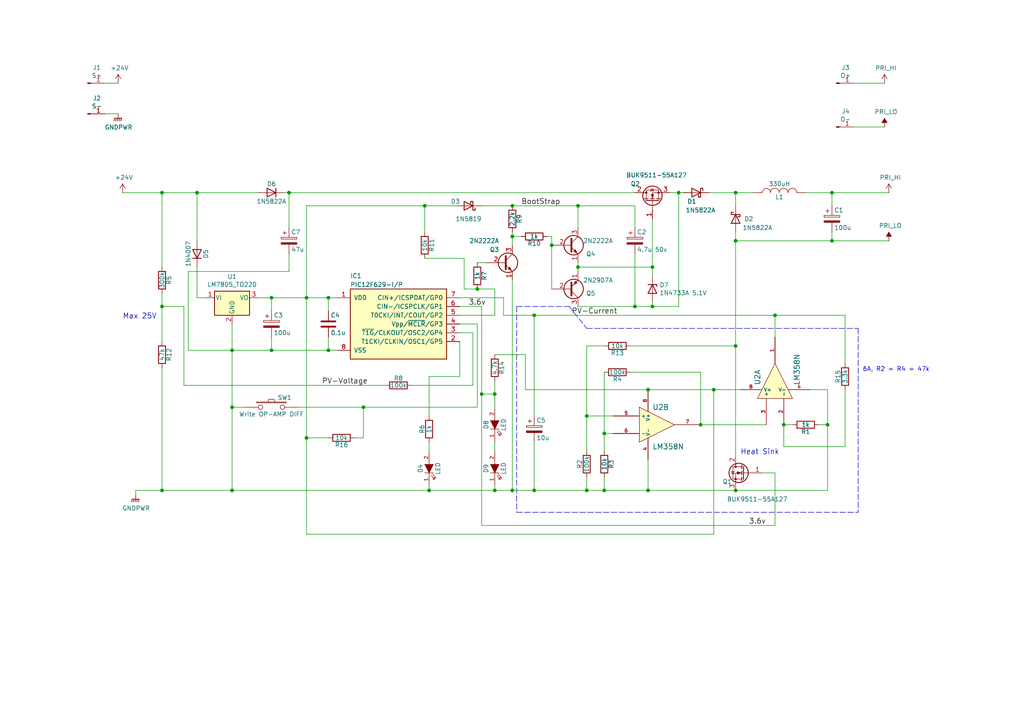
<source format=kicad_sch>
(kicad_sch (version 20250114) (generator "eeschema") (generator_version "9.0")
  (paper "A4")
  (title_block (title "Simple MPPT with 12F675 v7") (date "2025-11-25") (rev "1.82"))
  (lib_symbols
    (symbol "12f675-mppt-rescue:INDUCTOR" (pin_numbers (hide yes)) (pin_names (offset 1.016) (hide yes))
      (property "Reference" "L" (at -1.27 0 90))
      (property "Value" "INDUCTOR" (at 2.54 0 90))
      (symbol "INDUCTOR_0_1"
        (arc (start 0.0254 4.9784) (mid 1.2195 3.7595) (end 0.0254 2.5654))
        (arc (start 0.0254 2.5908) (mid 1.2956 1.2957) (end 0.0254 0.0254))
        (arc (start 0.0254 0.0508) (mid 1.2956 -1.2443) (end 0.0254 -2.5146))
        (arc (start 0.0254 -2.54) (mid 1.2703 -3.8097) (end 0.0254 -5.0546))
      )
      (symbol "INDUCTOR_1_1"
        (pin passive line (at 0 7.62 270) (length 2.54) (name "1") (number "1"))
        (pin passive line (at 0 -7.62 90) (length 2.54) (name "2") (number "2"))
      )
    )
    (symbol "12f675-mppt-rescue:LED" (pin_names (offset 1.016) (hide yes))
      (property "Reference" "D" (at 0 2.54 0))
      (property "Value" "LED" (at 0 -2.54 0))
      (symbol "LED_0_1"
        (polyline (pts (xy -2.032 -0.635) (xy -3.175 -1.651) (xy -3.048 -1.016)))
        (polyline (pts (xy -1.651 -1.016) (xy -2.794 -2.032) (xy -2.667 -1.397)))
        (polyline (pts (xy -1.27 1.27) (xy -1.27 -1.27)))
        (polyline (pts (xy 1.27 1.27) (xy -1.27 0) (xy 1.27 -1.27)) (fill (type outline)))
      )
      (symbol "LED_1_1"
        (pin passive line (at -5.08 0 0) (length 3.81) (name "K") (number "1"))
        (pin passive line (at 5.08 0 180) (length 3.81) (name "A") (number "2"))
      )
    )
    (symbol "12f675-mppt-rescue:LM358N-RESCUE-12f675-mppt"
      (property "Reference" "U" (at -1.27 5.08 0))
      (property "Value" "LM358N-RESCUE-12f675-mppt" (at -1.27 -6.35 0))
      (symbol "LM358N-RESCUE-12f675-mppt_0_1"
        (polyline (pts (xy -5.08 5.08) (xy 5.08 0) (xy -5.08 -5.08) (xy -5.08 5.08)) (stroke (width 0.1524)) (fill (type background)))
        (pin power_in line (at -2.54 10.16 270) (length 6.35) (name "V+") (number "8"))
        (pin power_in line (at -2.54 -10.16 90) (length 6.35) (name "V-") (number "4"))
      )
      (symbol "LM358N-RESCUE-12f675-mppt_1_1"
        (pin input line (at -12.7 2.54 0) (length 7.62) (name "+") (number "3"))
        (pin input line (at -12.7 -2.54 0) (length 7.62) (name "-") (number "2"))
        (pin output line (at 12.7 0 180) (length 7.62) (name "~") (number "1"))
      )
      (symbol "LM358N-RESCUE-12f675-mppt_2_1"
        (pin input line (at -12.7 2.54 0) (length 7.62) (name "+") (number "5"))
        (pin input line (at -12.7 -2.54 0) (length 7.62) (name "-") (number "6"))
        (pin output line (at 12.7 0 180) (length 7.62) (name "~") (number "7"))
      )
    )
    (symbol "12f675-mppt-rescue:PIC12F629-I_P" (pin_names (offset 1.016))
      (property "Reference" "IC" (at -13.97 13.97 0))
      (property "Value" "PIC12F629-I_P" (at -13.97 11.43 0))
      (symbol "PIC12F629-I_P_0_1"
        (rectangle (start 13.97 -10.16) (end -13.97 10.16) (stroke (width 0.254)) (fill (type background)))
      )
      (symbol "PIC12F629-I_P_1_1"
        (pin power_in line (at -17.78 7.62 0) (length 3.81) (name "VDD") (number "1"))
        (pin power_in line (at -17.78 -7.62 0) (length 3.81) (name "VSS") (number "8"))
        (pin bidirectional line (at 17.78 7.62 180) (length 3.81) (name "CIN+/ICSPDAT/GP0") (number "7"))
        (pin bidirectional line (at 17.78 5.08 180) (length 3.81) (name "CIN-/ICSPCLK/GP1") (number "6"))
        (pin bidirectional line (at 17.78 2.54 180) (length 3.81) (name "T0CKI/INT/COUT/GP2") (number "5"))
        (pin input line (at 17.78 0 180) (length 3.81) (name "Vpp/~{MCLR}/GP3") (number "4"))
        (pin bidirectional line (at 17.78 -2.54 180) (length 3.81) (name "~{T1G}/CLKOUT/OSC2/GP4") (number "3"))
        (pin bidirectional line (at 17.78 -5.08 180) (length 3.81) (name "T1CKI/CLKIN/OSC1/GP5") (number "2"))
      )
    )
    (symbol "12f675-mppt-rescue:SW_PUSH" (pin_numbers (hide yes)) (pin_names (offset 1.016) (hide yes))
      (property "Reference" "SW" (at 3.81 2.794 0))
      (property "Value" "SW_PUSH" (at 0 -2.032 0))
      (symbol "SW_PUSH_0_1"
        (rectangle (start -4.318 1.27) (end 4.318 1.524))
        (polyline (pts (xy -1.016 1.524) (xy -0.762 2.286) (xy 0.762 2.286) (xy 1.016 1.524)))
        (pin passive inverted (at -7.62 0 0) (length 5.08) (name "1") (number "1"))
        (pin passive inverted (at 7.62 0 180) (length 5.08) (name "2") (number "2"))
      )
    )
    (symbol "Connector:Conn_01x01_Male" (pin_names (offset 1.016) (hide yes))
      (property "Reference" "J" (at 0 2.54 0))
      (property "Value" "Connector_Conn_01x01_Male" (at 0 -2.54 0))
      (symbol "Conn_01x01_Male_1_1"
        (rectangle (start 0.8636 0.127) (end 0 -0.127) (stroke (width 0.1524)) (fill (type outline)))
        (polyline (pts (xy 1.27 0) (xy 0.8636 0)) (stroke (width 0.1524)))
        (pin passive line (at 5.08 0 180) (length 3.81) (name "Pin_1") (number "1"))
      )
    )
    (symbol "Device:C" (pin_numbers (hide yes)) (pin_names (offset 0.254))
      (property "Reference" "C" (at 0.635 2.54 0))
      (property "Value" "C" (at 0.635 -2.54 0))
      (symbol "C_0_1"
        (polyline (pts (xy -2.032 0.762) (xy 2.032 0.762)) (stroke (width 0.508)))
        (polyline (pts (xy -2.032 -0.762) (xy 2.032 -0.762)) (stroke (width 0.508)))
      )
      (symbol "C_1_1"
        (pin passive line (at 0 3.81 270) (length 2.794) (name "~") (number "1"))
        (pin passive line (at 0 -3.81 90) (length 2.794) (name "~") (number "2"))
      )
    )
    (symbol "Device:CP" (pin_numbers (hide yes)) (pin_names (offset 0.254))
      (property "Reference" "C" (at 0.635 2.54 0))
      (property "Value" "Device_CP" (at 0.635 -2.54 0))
      (symbol "CP_0_1"
        (rectangle (start -2.286 0.508) (end 2.286 1.016))
        (polyline (pts (xy -1.778 2.286) (xy -0.762 2.286)))
        (polyline (pts (xy -1.27 2.794) (xy -1.27 1.778)))
        (rectangle (start 2.286 -0.508) (end -2.286 -1.016) (fill (type outline)))
      )
      (symbol "CP_1_1"
        (pin passive line (at 0 3.81 270) (length 2.794) (name "~") (number "1"))
        (pin passive line (at 0 -3.81 90) (length 2.794) (name "~") (number "2"))
      )
    )
    (symbol "Device:D" (pin_numbers (hide yes)) (pin_names (offset 1.016) (hide yes))
      (property "Reference" "D" (at 0 2.54 0))
      (property "Value" "D" (at 0 -2.54 0))
      (symbol "D_0_1"
        (polyline (pts (xy -1.27 1.27) (xy -1.27 -1.27)) (stroke (width 0.254)))
        (polyline (pts (xy 1.27 1.27) (xy 1.27 -1.27) (xy -1.27 0) (xy 1.27 1.27)) (stroke (width 0.254)))
        (polyline (pts (xy 1.27 0) (xy -1.27 0)))
      )
      (symbol "D_1_1"
        (pin passive line (at -3.81 0 0) (length 2.54) (name "K") (number "1"))
        (pin passive line (at 3.81 0 180) (length 2.54) (name "A") (number "2"))
      )
    )
    (symbol "Device:D_Schottky" (pin_numbers (hide yes)) (pin_names (offset 1.016) (hide yes))
      (property "Reference" "D" (at 0 2.54 0))
      (property "Value" "D_Schottky" (at 0 -2.54 0))
      (symbol "D_Schottky_0_1"
        (polyline (pts (xy -1.905 0.635) (xy -1.905 1.27) (xy -1.27 1.27) (xy -1.27 -1.27) (xy -0.635 -1.27) (xy -0.635 -0.635)) (stroke (width 0.254)))
        (polyline (pts (xy 1.27 1.27) (xy 1.27 -1.27) (xy -1.27 0) (xy 1.27 1.27)) (stroke (width 0.254)))
        (polyline (pts (xy 1.27 0) (xy -1.27 0)))
      )
      (symbol "D_Schottky_1_1"
        (pin passive line (at -3.81 0 0) (length 2.54) (name "K") (number "1"))
        (pin passive line (at 3.81 0 180) (length 2.54) (name "A") (number "2"))
      )
    )
    (symbol "Device:D_Zener" (pin_numbers (hide yes)) (pin_names (offset 1.016) (hide yes))
      (property "Reference" "D" (at 0 2.54 0))
      (property "Value" "D_Zener" (at 0 -2.54 0))
      (symbol "D_Zener_0_1"
        (polyline (pts (xy -1.27 -1.27) (xy -1.27 1.27) (xy -0.762 1.27)) (stroke (width 0.254)))
        (polyline (pts (xy 1.27 0) (xy -1.27 0)))
        (polyline (pts (xy 1.27 -1.27) (xy 1.27 1.27) (xy -1.27 0) (xy 1.27 -1.27)) (stroke (width 0.254)))
      )
      (symbol "D_Zener_1_1"
        (pin passive line (at -3.81 0 0) (length 2.54) (name "K") (number "1"))
        (pin passive line (at 3.81 0 180) (length 2.54) (name "A") (number "2"))
      )
    )
    (symbol "Device:Q_NMOS_GDS" (pin_names (offset 0) (hide yes))
      (property "Reference" "Q" (at 5.08 1.27 0))
      (property "Value" "Device_Q_NMOS_GDS" (at 5.08 -1.27 0))
      (symbol "Q_NMOS_GDS_0_1"
        (polyline (pts (xy 0.254 1.905) (xy 0.254 -1.905)) (stroke (width 0.254)))
        (polyline (pts (xy 0.254 0) (xy -2.54 0)))
        (polyline (pts (xy 0.762 2.286) (xy 0.762 1.27)) (stroke (width 0.254)))
        (polyline (pts (xy 0.762 0.508) (xy 0.762 -0.508)) (stroke (width 0.254)))
        (polyline (pts (xy 0.762 -1.27) (xy 0.762 -2.286)) (stroke (width 0.254)))
        (polyline (pts (xy 0.762 -1.778) (xy 3.302 -1.778) (xy 3.302 1.778) (xy 0.762 1.778)))
        (polyline (pts (xy 1.016 0) (xy 2.032 0.381) (xy 2.032 -0.381) (xy 1.016 0)) (fill (type outline)))
        (circle (center 1.651 0) (radius 2.794) (stroke (width 0.254)))
        (polyline (pts (xy 2.54 2.54) (xy 2.54 1.778)))
        (circle (center 2.54 1.778) (radius 0.254) (fill (type outline)))
        (circle (center 2.54 -1.778) (radius 0.254) (fill (type outline)))
        (polyline (pts (xy 2.54 -2.54) (xy 2.54 0) (xy 0.762 0)))
        (polyline (pts (xy 2.794 0.508) (xy 2.921 0.381) (xy 3.683 0.381) (xy 3.81 0.254)))
        (polyline (pts (xy 3.302 0.381) (xy 2.921 -0.254) (xy 3.683 -0.254) (xy 3.302 0.381)))
      )
      (symbol "Q_NMOS_GDS_1_1"
        (pin input line (at -5.08 0 0) (length 2.54) (name "G") (number "1"))
        (pin passive line (at 2.54 5.08 270) (length 2.54) (name "D") (number "2"))
        (pin passive line (at 2.54 -5.08 90) (length 2.54) (name "S") (number "3"))
      )
    )
    (symbol "Device:Q_NPN_EBC" (pin_names (offset 0) (hide yes))
      (property "Reference" "Q" (at 5.08 1.27 0))
      (property "Value" "Device_Q_NPN_EBC" (at 5.08 -1.27 0))
      (symbol "Q_NPN_EBC_0_1"
        (polyline (pts (xy 0.635 1.905) (xy 0.635 -1.905) (xy 0.635 -1.905)) (stroke (width 0.508)))
        (polyline (pts (xy 0.635 0.635) (xy 2.54 2.54)))
        (polyline (pts (xy 0.635 -0.635) (xy 2.54 -2.54) (xy 2.54 -2.54)))
        (circle (center 1.27 0) (radius 2.8194) (stroke (width 0.254)))
        (polyline (pts (xy 1.27 -1.778) (xy 1.778 -1.27) (xy 2.286 -2.286) (xy 1.27 -1.778) (xy 1.27 -1.778)) (fill (type outline)))
      )
      (symbol "Q_NPN_EBC_1_1"
        (pin passive line (at -5.08 0 0) (length 5.715) (name "B") (number "2"))
        (pin passive line (at 2.54 5.08 270) (length 2.54) (name "C") (number "3"))
        (pin passive line (at 2.54 -5.08 90) (length 2.54) (name "E") (number "1"))
      )
    )
    (symbol "Device:Q_PNP_EBC" (pin_names (offset 0) (hide yes))
      (property "Reference" "Q" (at 5.08 1.27 0))
      (property "Value" "Device_Q_PNP_EBC" (at 5.08 -1.27 0))
      (symbol "Q_PNP_EBC_0_1"
        (polyline (pts (xy 0.635 1.905) (xy 0.635 -1.905) (xy 0.635 -1.905)) (stroke (width 0.508)))
        (polyline (pts (xy 0.635 0.635) (xy 2.54 2.54)))
        (polyline (pts (xy 0.635 -0.635) (xy 2.54 -2.54) (xy 2.54 -2.54)))
        (circle (center 1.27 0) (radius 2.8194) (stroke (width 0.254)))
        (polyline (pts (xy 2.286 -1.778) (xy 1.778 -2.286) (xy 1.27 -1.27) (xy 2.286 -1.778) (xy 2.286 -1.778)) (fill (type outline)))
      )
      (symbol "Q_PNP_EBC_1_1"
        (pin input line (at -5.08 0 0) (length 5.715) (name "B") (number "2"))
        (pin passive line (at 2.54 5.08 270) (length 2.54) (name "C") (number "3"))
        (pin passive line (at 2.54 -5.08 90) (length 2.54) (name "E") (number "1"))
      )
    )
    (symbol "Device:R" (pin_numbers (hide yes)) (pin_names (offset 0))
      (property "Reference" "R" (at 2.032 0 90))
      (property "Value" "R" (at 0 0 90))
      (symbol "R_0_1"
        (rectangle (start -1.016 -2.54) (end 1.016 2.54) (stroke (width 0.254)))
      )
      (symbol "R_1_1"
        (pin passive line (at 0 3.81 270) (length 1.27) (name "~") (number "1"))
        (pin passive line (at 0 -3.81 90) (length 1.27) (name "~") (number "2"))
      )
    )
    (symbol "Regulator_Linear:LM7805_TO220" (pin_names (offset 0.254))
      (property "Reference" "U" (at -3.81 3.175 0))
      (property "Value" "LM7805_TO220" (at 0 3.175 0))
      (symbol "LM7805_TO220_0_1"
        (rectangle (start -5.08 1.905) (end 5.08 -5.08) (stroke (width 0.254)) (fill (type background)))
      )
      (symbol "LM7805_TO220_1_1"
        (pin power_in line (at -7.62 0 0) (length 2.54) (name "VI") (number "1"))
        (pin power_in line (at 0 -7.62 90) (length 2.54) (name "GND") (number "2"))
        (pin power_out line (at 7.62 0 180) (length 2.54) (name "VO") (number "3"))
      )
    )
    (symbol "power:+24V" (power) (pin_numbers (hide yes)) (pin_names (offset 0) (hide yes))
      (property "Value" "+24V" (at 0 3.556 0))
      (symbol "+24V_0_1"
        (polyline (pts (xy -0.762 1.27) (xy 0 2.54)))
        (polyline (pts (xy 0 2.54) (xy 0.762 1.27)))
        (polyline (pts (xy 0 0) (xy 0 2.54)))
      )
      (symbol "+24V_1_1"
        (pin power_in line (at 0 0 90) (length 0) (name "~") (number "1"))
      )
    )
    (symbol "power:GNDPWR" (power) (pin_numbers (hide yes)) (pin_names (offset 0) (hide yes))
      (property "Value" "GNDPWR" (at 0 -3.302 0))
      (symbol "GNDPWR_0_1"
        (polyline (pts (xy -1.016 -1.27) (xy -1.27 -2.032) (xy -1.27 -2.032)) (stroke (width 0.2032)))
        (polyline (pts (xy -0.508 -1.27) (xy -0.762 -2.032) (xy -0.762 -2.032)) (stroke (width 0.2032)))
        (polyline (pts (xy 0 -1.27) (xy 0 0)))
        (polyline (pts (xy 0 -1.27) (xy -0.254 -2.032) (xy -0.254 -2.032)) (stroke (width 0.2032)))
        (polyline (pts (xy 0.508 -1.27) (xy 0.254 -2.032) (xy 0.254 -2.032)) (stroke (width 0.2032)))
        (polyline (pts (xy 1.016 -1.27) (xy -1.016 -1.27) (xy -1.016 -1.27)) (stroke (width 0.2032)))
        (polyline (pts (xy 1.016 -1.27) (xy 0.762 -2.032) (xy 0.762 -2.032) (xy 0.762 -2.032)) (stroke (width 0.2032)))
      )
      (symbol "GNDPWR_1_1"
        (pin power_in line (at 0 0 270) (length 0) (name "~") (number "1"))
      )
    )
    (symbol "power:PRI_HI" (power) (pin_numbers (hide yes)) (pin_names (offset 0) (hide yes))
      (property "Value" "PRI_HI" (at 0 3.556 0))
      (symbol "PRI_HI_0_1"
        (polyline (pts (xy -0.762 1.27) (xy 0 2.54)))
        (polyline (pts (xy 0 2.54) (xy 0.762 1.27)))
        (polyline (pts (xy 0 0) (xy 0 2.54)))
      )
      (symbol "PRI_HI_1_1"
        (pin power_in line (at 0 0 90) (length 0) (name "~") (number "1"))
      )
    )
    (symbol "power:PRI_LO" (power) (pin_numbers (hide yes)) (pin_names (offset 0) (hide yes))
      (property "Value" "PRI_LO" (at 0 3.556 0))
      (symbol "PRI_LO_0_1"
        (polyline (pts (xy 0 0) (xy 0 2.54)))
        (polyline (pts (xy 0.762 1.27) (xy -0.762 1.27) (xy 0 2.54) (xy 0.762 1.27)) (fill (type outline)))
      )
      (symbol "PRI_LO_1_1"
        (pin power_in line (at 0 0 90) (length 0) (name "~") (number "1"))
      )
    )
  )
  (text "Max 25V" (at 35.56 92.71 0) (effects (font (size 1.524 1.524)) (justify left bottom)))
  (text "Heat Sink" (at 226.06 132.08 0) (effects (font (size 1.524 1.524)) (justify right bottom)))
  (text "6A, R2 = R4 = 47k" (at 250.19 107.95 0) (effects (font (size 1.27 1.27)) (justify left bottom)))
  (junction (at 196.85 55.88))
  (junction (at 187.96 142.24))
  (junction (at 167.64 59.69))
  (junction (at 105.41 118.11))
  (junction (at 189.23 77.47))
  (junction (at 143.51 114.3))
  (junction (at 213.36 100.33))
  (junction (at 67.31 118.11))
  (junction (at 213.36 142.24))
  (junction (at 189.23 88.9))
  (junction (at 148.59 68.58))
  (junction (at 160.02 71.12))
  (junction (at 148.59 59.69))
  (junction (at 46.99 55.88))
  (junction (at 184.15 88.9))
  (junction (at 213.36 69.85))
  (junction (at 148.59 142.24))
  (junction (at 88.9 127))
  (junction (at 67.31 101.6))
  (junction (at 83.82 55.88))
  (junction (at 241.3 55.88))
  (junction (at 154.94 142.24))
  (junction (at 227.33 123.19))
  (junction (at 170.18 120.65))
  (junction (at 224.79 91.44))
  (junction (at 240.03 123.19))
  (junction (at 203.2 123.19))
  (junction (at 241.3 69.85))
  (junction (at 170.18 142.24))
  (junction (at 139.7 114.3))
  (junction (at 175.26 142.24))
  (junction (at 67.31 142.24))
  (junction (at 95.25 101.6))
  (junction (at 46.99 88.9))
  (junction (at 167.64 77.47))
  (junction (at 138.43 83.82))
  (junction (at 124.46 142.24))
  (junction (at 88.9 86.36))
  (junction (at 143.51 142.24))
  (junction (at 187.96 113.03))
  (junction (at 175.26 125.73))
  (junction (at 78.74 101.6))
  (junction (at 78.74 86.36))
  (junction (at 213.36 55.88))
  (junction (at 46.99 142.24))
  (junction (at 154.94 91.44))
  (junction (at 95.25 86.36))
  (junction (at 207.01 113.03))
  (junction (at 57.15 55.88))
  (junction (at 123.19 59.69))
  (wire (pts (xy 57.15 55.88) (xy 74.93 55.88)))
  (wire (pts (xy 184.15 59.69) (xy 184.15 66.04)))
  (wire (pts (xy 57.15 77.47) (xy 57.15 86.36)))
  (wire (pts (xy 138.43 118.11) (xy 105.41 118.11)))
  (wire (pts (xy 138.43 83.82) (xy 143.51 83.82)))
  (wire (pts (xy 175.26 142.24) (xy 170.18 142.24)))
  (wire (pts (xy 158.75 68.58) (xy 160.02 68.58)))
  (wire (pts (xy 148.59 67.31) (xy 148.59 68.58)))
  (wire (pts (xy 240.03 113.03) (xy 234.95 113.03)))
  (wire (pts (xy 187.96 113.03) (xy 207.01 113.03)))
  (wire (pts (xy 67.31 101.6) (xy 78.74 101.6)))
  (polyline (pts (xy 149.86 88.9) (xy 165.1 88.9)) (stroke (width 0) (type dash)))
  (wire (pts (xy 46.99 55.88) (xy 57.15 55.88)))
  (wire (pts (xy 170.18 100.33) (xy 175.26 100.33)))
  (wire (pts (xy 160.02 71.12) (xy 160.02 83.82)))
  (wire (pts (xy 154.94 142.24) (xy 148.59 142.24)))
  (wire (pts (xy 88.9 86.36) (xy 95.25 86.36)))
  (wire (pts (xy 143.51 114.3) (xy 139.7 114.3)))
  (wire (pts (xy 105.41 127) (xy 102.87 127)))
  (wire (pts (xy 203.2 107.95) (xy 203.2 123.19)))
  (wire (pts (xy 167.64 77.47) (xy 189.23 77.47)))
  (wire (pts (xy 240.03 142.24) (xy 213.36 142.24)))
  (wire (pts (xy 213.36 142.24) (xy 187.96 142.24)))
  (wire (pts (xy 46.99 106.68) (xy 46.99 142.24)))
  (wire (pts (xy 95.25 101.6) (xy 97.79 101.6)))
  (wire (pts (xy 143.51 128.27) (xy 143.51 130.81)))
  (wire (pts (xy 138.43 93.98) (xy 138.43 118.11)))
  (wire (pts (xy 167.64 76.2) (xy 167.64 77.47)))
  (wire (pts (xy 224.79 152.4) (xy 224.79 137.16)))
  (wire (pts (xy 78.74 86.36) (xy 88.9 86.36)))
  (wire (pts (xy 83.82 55.88) (xy 184.15 55.88)))
  (wire (pts (xy 53.34 88.9) (xy 46.99 88.9)))
  (wire (pts (xy 189.23 88.9) (xy 196.85 88.9)))
  (wire (pts (xy 95.25 97.79) (xy 95.25 101.6)))
  (wire (pts (xy 119.38 111.76) (xy 137.16 111.76)))
  (wire (pts (xy 134.62 74.93) (xy 134.62 83.82)))
  (wire (pts (xy 95.25 86.36) (xy 97.79 86.36)))
  (wire (pts (xy 53.34 111.76) (xy 111.76 111.76)))
  (wire (pts (xy 54.61 101.6) (xy 54.61 78.74)))
  (wire (pts (xy 207.01 113.03) (xy 214.63 113.03)))
  (wire (pts (xy 54.61 101.6) (xy 67.31 101.6)))
  (wire (pts (xy 88.9 59.69) (xy 88.9 86.36)))
  (wire (pts (xy 143.51 83.82) (xy 143.51 91.44)))
  (wire (pts (xy 67.31 93.98) (xy 67.31 101.6)))
  (wire (pts (xy 256.54 36.83) (xy 247.65 36.83)))
  (wire (pts (xy 167.64 88.9) (xy 184.15 88.9)))
  (wire (pts (xy 240.03 113.03) (xy 240.03 123.19)))
  (wire (pts (xy 143.51 102.87) (xy 152.4 102.87)))
  (wire (pts (xy 137.16 96.52) (xy 133.35 96.52)))
  (wire (pts (xy 74.93 86.36) (xy 78.74 86.36)))
  (wire (pts (xy 175.26 125.73) (xy 175.26 130.81)))
  (wire (pts (xy 143.51 110.49) (xy 143.51 114.3)))
  (wire (pts (xy 151.13 68.58) (xy 148.59 68.58)))
  (wire (pts (xy 213.36 69.85) (xy 213.36 100.33)))
  (wire (pts (xy 78.74 90.17) (xy 78.74 86.36)))
  (wire (pts (xy 224.79 97.79) (xy 224.79 91.44)))
  (wire (pts (xy 227.33 129.54) (xy 227.33 123.19)))
  (wire (pts (xy 39.37 142.24) (xy 46.99 142.24)))
  (wire (pts (xy 133.35 93.98) (xy 138.43 93.98)))
  (wire (pts (xy 241.3 55.88) (xy 241.3 59.69)))
  (wire (pts (xy 88.9 154.94) (xy 207.01 154.94)))
  (wire (pts (xy 105.41 118.11) (xy 86.36 118.11)))
  (wire (pts (xy 167.64 77.47) (xy 167.64 78.74)))
  (wire (pts (xy 182.88 107.95) (xy 203.2 107.95)))
  (wire (pts (xy 133.35 99.06) (xy 133.35 109.22)))
  (wire (pts (xy 170.18 142.24) (xy 154.94 142.24)))
  (wire (pts (xy 83.82 66.04) (xy 83.82 55.88)))
  (wire (pts (xy 167.64 59.69) (xy 184.15 59.69)))
  (wire (pts (xy 170.18 100.33) (xy 170.18 120.65)))
  (wire (pts (xy 245.11 129.54) (xy 245.11 113.03)))
  (wire (pts (xy 184.15 73.66) (xy 184.15 88.9)))
  (wire (pts (xy 146.05 91.44) (xy 146.05 86.36)))
  (wire (pts (xy 46.99 88.9) (xy 46.99 99.06)))
  (wire (pts (xy 213.36 100.33) (xy 213.36 132.08)))
  (wire (pts (xy 175.26 138.43) (xy 175.26 142.24)))
  (wire (pts (xy 54.61 78.74) (xy 83.82 78.74)))
  (wire (pts (xy 213.36 69.85) (xy 241.3 69.85)))
  (wire (pts (xy 154.94 120.65) (xy 154.94 91.44)))
  (wire (pts (xy 154.94 91.44) (xy 146.05 91.44)))
  (wire (pts (xy 105.41 118.11) (xy 105.41 127)))
  (polyline (pts (xy 149.86 88.9) (xy 149.86 148.59)) (stroke (width 0) (type dash)))
  (wire (pts (xy 78.74 97.79) (xy 78.74 101.6)))
  (wire (pts (xy 30.48 33.02) (xy 34.29 33.02)))
  (wire (pts (xy 53.34 88.9) (xy 53.34 111.76)))
  (wire (pts (xy 205.74 55.88) (xy 213.36 55.88)))
  (wire (pts (xy 123.19 59.69) (xy 123.19 67.31)))
  (wire (pts (xy 83.82 78.74) (xy 83.82 73.66)))
  (wire (pts (xy 139.7 114.3) (xy 139.7 152.4)))
  (wire (pts (xy 67.31 118.11) (xy 67.31 142.24)))
  (wire (pts (xy 170.18 138.43) (xy 170.18 142.24)))
  (wire (pts (xy 233.68 55.88) (xy 241.3 55.88)))
  (wire (pts (xy 148.59 68.58) (xy 148.59 71.12)))
  (wire (pts (xy 189.23 87.63) (xy 189.23 88.9)))
  (wire (pts (xy 46.99 85.09) (xy 46.99 88.9)))
  (wire (pts (xy 245.11 91.44) (xy 245.11 105.41)))
  (wire (pts (xy 154.94 128.27) (xy 154.94 142.24)))
  (wire (pts (xy 123.19 59.69) (xy 88.9 59.69)))
  (wire (pts (xy 46.99 77.47) (xy 46.99 55.88)))
  (wire (pts (xy 95.25 90.17) (xy 95.25 86.36)))
  (polyline (pts (xy 149.86 148.59) (xy 248.92 148.59)) (stroke (width 0) (type dash)))
  (wire (pts (xy 245.11 129.54) (xy 227.33 129.54)))
  (wire (pts (xy 224.79 137.16) (xy 220.98 137.16)))
  (wire (pts (xy 139.7 88.9) (xy 139.7 114.3)))
  (wire (pts (xy 213.36 55.88) (xy 218.44 55.88)))
  (wire (pts (xy 39.37 142.24) (xy 39.37 143.51)))
  (wire (pts (xy 124.46 109.22) (xy 124.46 120.65)))
  (wire (pts (xy 184.15 88.9) (xy 189.23 88.9)))
  (wire (pts (xy 170.18 120.65) (xy 177.8 120.65)))
  (wire (pts (xy 229.87 123.19) (xy 227.33 123.19)))
  (wire (pts (xy 134.62 83.82) (xy 138.43 83.82)))
  (wire (pts (xy 152.4 113.03) (xy 187.96 113.03)))
  (wire (pts (xy 189.23 77.47) (xy 189.23 63.5)))
  (wire (pts (xy 83.82 55.88) (xy 82.55 55.88)))
  (wire (pts (xy 177.8 125.73) (xy 175.26 125.73)))
  (wire (pts (xy 160.02 68.58) (xy 160.02 71.12)))
  (wire (pts (xy 146.05 86.36) (xy 133.35 86.36)))
  (wire (pts (xy 124.46 142.24) (xy 67.31 142.24)))
  (wire (pts (xy 175.26 107.95) (xy 175.26 125.73)))
  (wire (pts (xy 124.46 140.97) (xy 124.46 142.24)))
  (wire (pts (xy 241.3 69.85) (xy 257.81 69.85)))
  (wire (pts (xy 67.31 101.6) (xy 67.31 118.11)))
  (wire (pts (xy 203.2 123.19) (xy 222.25 123.19)))
  (wire (pts (xy 196.85 88.9) (xy 196.85 55.88)))
  (wire (pts (xy 67.31 142.24) (xy 46.99 142.24)))
  (wire (pts (xy 88.9 86.36) (xy 88.9 127)))
  (wire (pts (xy 138.43 76.2) (xy 140.97 76.2)))
  (wire (pts (xy 34.29 24.13) (xy 30.48 24.13)))
  (polyline (pts (xy 248.92 95.25) (xy 248.92 148.59)) (stroke (width 0) (type dash)))
  (wire (pts (xy 240.03 123.19) (xy 240.03 142.24)))
  (wire (pts (xy 213.36 55.88) (xy 213.36 59.69)))
  (wire (pts (xy 207.01 154.94) (xy 207.01 113.03)))
  (wire (pts (xy 134.62 74.93) (xy 123.19 74.93)))
  (wire (pts (xy 88.9 127) (xy 88.9 154.94)))
  (wire (pts (xy 170.18 120.65) (xy 170.18 130.81)))
  (wire (pts (xy 213.36 67.31) (xy 213.36 69.85)))
  (wire (pts (xy 148.59 142.24) (xy 143.51 142.24)))
  (polyline (pts (xy 165.1 88.9) (xy 170.18 95.25)) (stroke (width 0) (type dash)))
  (wire (pts (xy 143.51 114.3) (xy 143.51 118.11)))
  (wire (pts (xy 224.79 91.44) (xy 245.11 91.44)))
  (wire (pts (xy 189.23 80.01) (xy 189.23 77.47)))
  (wire (pts (xy 95.25 127) (xy 88.9 127)))
  (wire (pts (xy 59.69 86.36) (xy 57.15 86.36)))
  (wire (pts (xy 124.46 130.81) (xy 124.46 128.27)))
  (wire (pts (xy 139.7 152.4) (xy 224.79 152.4)))
  (wire (pts (xy 143.51 140.97) (xy 143.51 142.24)))
  (wire (pts (xy 237.49 123.19) (xy 240.03 123.19)))
  (wire (pts (xy 187.96 142.24) (xy 175.26 142.24)))
  (wire (pts (xy 256.54 24.13) (xy 247.65 24.13)))
  (wire (pts (xy 35.56 55.88) (xy 46.99 55.88)))
  (wire (pts (xy 148.59 59.69) (xy 167.64 59.69)))
  (wire (pts (xy 167.64 59.69) (xy 167.64 66.04)))
  (wire (pts (xy 187.96 142.24) (xy 187.96 133.35)))
  (wire (pts (xy 152.4 102.87) (xy 152.4 113.03)))
  (wire (pts (xy 154.94 91.44) (xy 224.79 91.44)))
  (wire (pts (xy 71.12 118.11) (xy 67.31 118.11)))
  (wire (pts (xy 241.3 55.88) (xy 257.81 55.88)))
  (wire (pts (xy 182.88 100.33) (xy 213.36 100.33)))
  (wire (pts (xy 137.16 111.76) (xy 137.16 96.52)))
  (wire (pts (xy 133.35 109.22) (xy 124.46 109.22)))
  (wire (pts (xy 139.7 59.69) (xy 148.59 59.69)))
  (polyline (pts (xy 170.18 95.25) (xy 248.92 95.25)) (stroke (width 0) (type dash)))
  (wire (pts (xy 57.15 69.85) (xy 57.15 55.88)))
  (wire (pts (xy 196.85 55.88) (xy 198.12 55.88)))
  (wire (pts (xy 124.46 142.24) (xy 143.51 142.24)))
  (wire (pts (xy 241.3 69.85) (xy 241.3 67.31)))
  (wire (pts (xy 78.74 101.6) (xy 95.25 101.6)))
  (wire (pts (xy 143.51 91.44) (xy 133.35 91.44)))
  (wire (pts (xy 123.19 59.69) (xy 132.08 59.69)))
  (wire (pts (xy 148.59 81.28) (xy 148.59 142.24)))
  (wire (pts (xy 194.31 55.88) (xy 196.85 55.88)))
  (wire (pts (xy 139.7 88.9) (xy 133.35 88.9)))
  (label "PV-Voltage" (at 106.68 111.76 180) (effects (font (size 1.524 1.524))))
  (label "3.6v" (at 217.17 152.4 0) (effects (font (size 1.524 1.524))))
  (label "3.6v" (at 135.89 88.9 0) (effects (font (size 1.524 1.524))))
  (label "BootStrap" (at 162.56 59.69 180) (effects (font (size 1.524 1.524))))
  (label "PV-Current" (at 179.07 91.44 180) (effects (font (size 1.524 1.524))))
  (symbol (lib_id "12f675-mppt-rescue:PIC12F629-I_P") (at 115.57 93.98 0) (unit 1)
    (property "Reference" "IC1" (at 101.6 80.01 0) (effects (justify left)))
    (property "Value" "PIC12F629-I/P" (at 101.6 82.55 0) (effects (justify left)))
    (property "Footprint" "Housings_DIP:DIP-8_W7.62mm_LongPads" (effects (hide yes)))
  )
  (symbol (lib_id "12f675-mppt-rescue:LM358N-RESCUE-12f675-mppt") (at 190.5 123.19 0) (unit 2)
    (property "Reference" "U2" (at 189.23 118.11 0) (effects (font (size 1.524 1.524)) (justify left)))
    (property "Value" "LM358N" (at 189.23 129.54 0) (effects (font (size 1.524 1.524)) (justify left)))
    (property "Footprint" "Housings_DIP:DIP-8_W7.62mm_LongPads" (effects (hide yes)))
  )
  (symbol (lib_id "Device:Q_NMOS_GDS") (at 215.9 137.16 0) (mirror y) (unit 1)
    (property "Reference" "Q1" (at 209.55 139.7 0) (effects (justify right)))
    (property "Value" "BUK9511-55A127" (at 210.82 144.78 0) (effects (justify right)))
    (property "Footprint" "TO_SOT_Packages_THT:TO-220-3_Vertical" (effects (hide yes)))
  )
  (symbol (lib_id "Device:R") (at 179.07 107.95 270) (unit 1)
    (property "Reference" "R4" (at 179.07 109.982 90))
    (property "Value" "100k" (at 179.07 107.95 90))
    (property "Footprint" "Resistors_THT:R_Axial_DIN0309_L9.0mm_D3.2mm_P12.70mm_Horizontal" (effects (hide yes)))
  )
  (symbol (lib_id "Device:R") (at 175.26 134.62 0) (unit 1)
    (property "Reference" "R3" (at 177.292 134.62 90))
    (property "Value" "10k" (at 175.26 134.62 90))
    (property "Footprint" "Resistors_THT:R_Axial_DIN0309_L9.0mm_D3.2mm_P12.70mm_Horizontal" (effects (hide yes)))
  )
  (symbol (lib_id "Device:Q_NMOS_GDS") (at 189.23 58.42 90) (unit 1)
    (property "Reference" "Q2" (at 182.88 53.34 90) (effects (justify right)))
    (property "Value" "BUK9511-55A127" (at 181.61 50.8 90) (effects (justify right)))
    (property "Footprint" "TO_SOT_Packages_THT:TO-220-3_Vertical" (effects (hide yes)))
  )
  (symbol (lib_id "12f675-mppt-rescue:INDUCTOR") (at 226.06 55.88 90) (unit 1)
    (property "Reference" "L1" (at 226.06 57.15 90))
    (property "Value" "330uH" (at 226.06 53.34 90))
    (property "Footprint" "Inductors_THT:L_Toroid_Vertical_L33.0mm_W17.8mm_P12.70mm_Pulse_KM-5" (effects (hide yes)))
  )
  (symbol (lib_id "Device:D_Schottky") (at 201.93 55.88 0) (mirror y) (unit 1)
    (property "Reference" "D1" (at 200.66 58.42 0))
    (property "Value" "1N5822A" (at 203.2 60.96 0))
    (property "Footprint" "Diodes_THT:D_DO-201AD_P15.24mm_Horizontal" (effects (hide yes)))
  )
  (symbol (lib_id "Device:D_Schottky") (at 213.36 63.5 90) (mirror x) (unit 1)
    (property "Reference" "D2" (at 217.17 63.5 90))
    (property "Value" "1N5822A" (at 219.71 66.04 90))
    (property "Footprint" "Diodes_THT:D_DO-201AD_P15.24mm_Horizontal" (effects (hide yes)))
  )
  (symbol (lib_id "Device:CP") (at 241.3 63.5 0) (unit 1)
    (property "Reference" "C1" (at 241.935 60.96 0) (effects (justify left)))
    (property "Value" "100u" (at 241.935 66.04 0) (effects (justify left)))
    (property "Footprint" "Capacitors_THT:CP_Radial_D12.5mm_P5.00mm" (effects (hide yes)))
  )
  (symbol (lib_id "Device:Q_NPN_EBC") (at 165.1 71.12 0) (unit 1)
    (property "Reference" "Q4" (at 172.72 73.66 0) (effects (justify right)))
    (property "Value" "2N2222A" (at 177.8 69.85 0) (effects (justify right)))
    (property "Footprint" "TO_SOT_Packages_THT:TO-92_Inline_Wide" (effects (hide yes)))
  )
  (symbol (lib_id "Device:Q_PNP_EBC") (at 165.1 83.82 0) (mirror x) (unit 1)
    (property "Reference" "Q5" (at 172.72 85.09 0) (effects (justify right)))
    (property "Value" "2N2907A" (at 177.8 81.28 0) (effects (justify right)))
    (property "Footprint" "TO_SOT_Packages_THT:TO-92_Inline_Wide" (effects (hide yes)))
  )
  (symbol (lib_id "Device:CP") (at 184.15 69.85 0) (unit 1)
    (property "Reference" "C2" (at 184.785 67.31 0) (effects (justify left)))
    (property "Value" "4.7u 50v" (at 184.785 72.39 0) (effects (justify left)))
    (property "Footprint" "Capacitors_THT:CP_Radial_D12.5mm_P5.00mm" (effects (hide yes)))
  )
  (symbol (lib_id "Device:Q_NPN_EBC") (at 146.05 76.2 0) (unit 1)
    (property "Reference" "Q3" (at 144.78 72.39 0) (effects (justify right)))
    (property "Value" "2N2222A" (at 144.78 69.85 0) (effects (justify right)))
    (property "Footprint" "TO_SOT_Packages_THT:TO-92_Inline_Wide" (effects (hide yes)))
  )
  (symbol (lib_id "Device:R") (at 148.59 63.5 0) (unit 1)
    (property "Reference" "R9" (at 150.622 63.5 90))
    (property "Value" "2.2k" (at 148.59 63.5 90))
    (property "Footprint" "Resistors_THT:R_Axial_DIN0309_L9.0mm_D3.2mm_P12.70mm_Horizontal" (effects (hide yes)))
  )
  (symbol (lib_id "Device:R") (at 138.43 80.01 0) (unit 1)
    (property "Reference" "R7" (at 140.462 80.01 90))
    (property "Value" "1k" (at 138.43 80.01 90))
    (property "Footprint" "Resistors_THT:R_Axial_DIN0309_L9.0mm_D3.2mm_P12.70mm_Horizontal" (effects (hide yes)))
  )
  (symbol (lib_id "Device:R") (at 154.94 68.58 270) (unit 1)
    (property "Reference" "R10" (at 154.94 70.612 90))
    (property "Value" "1k" (at 154.94 68.58 90))
    (property "Footprint" "Resistors_THT:R_Axial_DIN0309_L9.0mm_D3.2mm_P12.70mm_Horizontal" (effects (hide yes)))
  )
  (symbol (lib_id "Device:R") (at 46.99 81.28 0) (unit 1)
    (property "Reference" "R5" (at 49.022 81.28 90))
    (property "Value" "300k" (at 46.99 81.28 90))
    (property "Footprint" "Resistors_THT:R_Axial_DIN0309_L9.0mm_D3.2mm_P12.70mm_Horizontal" (effects (hide yes)))
  )
  (symbol (lib_id "Device:R") (at 115.57 111.76 90) (unit 1)
    (property "Reference" "R8" (at 115.57 109.728 90))
    (property "Value" "100k" (at 115.57 111.76 90))
    (property "Footprint" "Resistors_THT:R_Axial_DIN0309_L9.0mm_D3.2mm_P12.70mm_Horizontal" (effects (hide yes)))
  )
  (symbol (lib_id "Device:R") (at 124.46 124.46 180) (unit 1)
    (property "Reference" "R6" (at 122.428 124.46 90))
    (property "Value" "1k" (at 124.46 124.46 90))
    (property "Footprint" "Resistors_THT:R_Axial_DIN0309_L9.0mm_D3.2mm_P12.70mm_Horizontal" (effects (hide yes)))
  )
  (symbol (lib_id "12f675-mppt-rescue:LED") (at 124.46 135.89 90) (unit 1)
    (property "Reference" "D4" (at 121.92 135.89 0))
    (property "Value" "LED" (at 127 135.89 0))
    (property "Footprint" "LEDs:LED_D4.0mm" (effects (hide yes)))
  )
  (symbol (lib_id "Device:D") (at 57.15 73.66 270) (mirror x) (unit 1)
    (property "Reference" "D5" (at 59.69 73.66 0))
    (property "Value" "1N4007" (at 54.61 73.66 0))
    (property "Footprint" "Diodes_THT:D_DO-41_SOD81_P10.16mm_Horizontal" (effects (hide yes)))
  )
  (symbol (lib_id "Device:C") (at 95.25 93.98 0) (unit 1)
    (property "Reference" "C4" (at 95.885 91.44 0) (effects (justify left)))
    (property "Value" "0.1u" (at 95.885 96.52 0) (effects (justify left)))
    (property "Footprint" "Capacitors_THT:C_Disc_D7.5mm_W4.4mm_P5.00mm" (effects (hide yes)))
  )
  (symbol (lib_id "Device:CP") (at 78.74 93.98 0) (unit 1)
    (property "Reference" "C3" (at 79.375 91.44 0) (effects (justify left)))
    (property "Value" "100u" (at 79.375 96.52 0) (effects (justify left)))
    (property "Footprint" "Capacitors_THT:CP_Radial_D12.5mm_P5.00mm" (effects (hide yes)))
  )
  (symbol (lib_id "Device:R") (at 46.99 102.87 0) (unit 1)
    (property "Reference" "R12" (at 49.022 102.87 90))
    (property "Value" "47k" (at 46.99 102.87 90))
    (property "Footprint" "Resistors_THT:R_Axial_DIN0309_L9.0mm_D3.2mm_P12.70mm_Horizontal" (effects (hide yes)))
  )
  (symbol (lib_id "Device:R") (at 170.18 134.62 180) (unit 1)
    (property "Reference" "R2" (at 168.148 134.62 90))
    (property "Value" "100k" (at 170.18 134.62 90))
    (property "Footprint" "Resistors_THT:R_Axial_DIN0309_L9.0mm_D3.2mm_P12.70mm_Horizontal" (effects (hide yes)))
  )
  (symbol (lib_id "Device:R") (at 179.07 100.33 270) (unit 1)
    (property "Reference" "R13" (at 179.07 102.362 90))
    (property "Value" "10k" (at 179.07 100.33 90))
    (property "Footprint" "Resistors_THT:R_Axial_DIN0309_L9.0mm_D3.2mm_P12.70mm_Horizontal" (effects (hide yes)))
  )
  (symbol (lib_id "12f675-mppt-rescue:LED") (at 143.51 135.89 90) (unit 1)
    (property "Reference" "D9" (at 140.97 135.89 0))
    (property "Value" "LED" (at 146.05 135.89 0))
    (property "Footprint" "LEDs:LED_D4.0mm" (effects (hide yes)))
  )
  (symbol (lib_id "12f675-mppt-rescue:LED") (at 143.51 123.19 90) (unit 1)
    (property "Reference" "D8" (at 140.97 123.19 0))
    (property "Value" "LED" (at 146.05 123.19 0))
    (property "Footprint" "LEDs:LED_D4.0mm" (effects (hide yes)))
  )
  (symbol (lib_id "Device:R") (at 143.51 106.68 0) (unit 1)
    (property "Reference" "R14" (at 145.542 106.68 90))
    (property "Value" "4.7k" (at 143.51 106.68 90))
    (property "Footprint" "Resistors_THT:R_Axial_DIN0309_L9.0mm_D3.2mm_P12.70mm_Horizontal" (effects (hide yes)))
  )
  (symbol (lib_id "Device:CP") (at 154.94 124.46 0) (unit 1)
    (property "Reference" "C5" (at 155.575 121.92 0) (effects (justify left)))
    (property "Value" "10u" (at 155.575 127 0) (effects (justify left)))
    (property "Footprint" "Capacitors_THT:CP_Radial_D12.5mm_P5.00mm" (effects (hide yes)))
  )
  (symbol (lib_id "12f675-mppt-rescue:LM358N-RESCUE-12f675-mppt") (at 224.79 110.49 90) (unit 1)
    (property "Reference" "U2" (at 219.71 111.76 0) (effects (font (size 1.524 1.524)) (justify left)))
    (property "Value" "LM358N" (at 231.14 111.76 0) (effects (font (size 1.524 1.524)) (justify left)))
    (property "Footprint" "Housings_DIP:DIP-8_W7.62mm_LongPads" (effects (hide yes)))
  )
  (symbol (lib_id "Device:R") (at 233.68 123.19 270) (unit 1)
    (property "Reference" "R1" (at 233.68 125.222 90))
    (property "Value" "1k" (at 233.68 123.19 90))
    (property "Footprint" "Resistors_THT:R_Axial_DIN0309_L9.0mm_D3.2mm_P12.70mm_Horizontal" (effects (hide yes)))
  )
  (symbol (lib_id "Device:R") (at 245.11 109.22 180) (unit 1)
    (property "Reference" "R15" (at 243.078 109.22 90))
    (property "Value" "3.3k" (at 245.11 109.22 90))
    (property "Footprint" "Resistors_THT:R_Axial_DIN0309_L9.0mm_D3.2mm_P12.70mm_Horizontal" (effects (hide yes)))
  )
  (symbol (lib_id "Device:D") (at 78.74 55.88 0) (mirror y) (unit 1)
    (property "Reference" "D6" (at 78.74 53.34 0))
    (property "Value" "1N5822A" (at 78.74 58.42 0))
    (property "Footprint" "Diodes_THT:D_DO-201AD_P15.24mm_Horizontal" (effects (hide yes)))
  )
  (symbol (lib_id "Device:CP") (at 83.82 69.85 0) (unit 1)
    (property "Reference" "C7" (at 84.455 67.31 0) (effects (justify left)))
    (property "Value" "47u" (at 84.455 72.39 0) (effects (justify left)))
    (property "Footprint" "Capacitors_THT:CP_Radial_D12.5mm_P5.00mm" (effects (hide yes)))
  )
  (symbol (lib_id "Device:R") (at 99.06 127 270) (unit 1)
    (property "Reference" "R16" (at 99.06 129.032 90))
    (property "Value" "10k" (at 99.06 127 90))
    (property "Footprint" "Resistors_THT:R_Axial_DIN0309_L9.0mm_D3.2mm_P12.70mm_Horizontal" (effects (hide yes)))
  )
  (symbol (lib_id "12f675-mppt-rescue:SW_PUSH") (at 78.74 118.11 0) (unit 1)
    (property "Reference" "SW1" (at 82.55 115.316 0))
    (property "Value" "Write OP-AMP DIFF" (at 78.74 120.142 0))
    (property "Footprint" "Buttons_Switches_THT:SW_PUSH_6mm" (effects (hide yes)))
  )
  (symbol (lib_id "power:+24V") (at 35.56 55.88 0) (unit 1)
    (property "Reference" "#PWR01" (effects (hide yes)))
    (property "Value" "+24V" (at 35.941 51.4858 0))
  )
  (symbol (lib_id "power:GNDPWR") (at 39.37 143.51 0) (unit 1)
    (property "Reference" "#PWR02" (effects (hide yes)))
    (property "Value" "GNDPWR" (at 39.4716 147.4216 0))
    (property "Footprint" "Connectors:1pin" (effects (hide yes)))
  )
  (symbol (lib_id "power:PRI_HI") (at 257.81 55.88 0) (unit 1)
    (property "Reference" "#PWR03" (effects (hide yes)))
    (property "Value" "PRI_HI" (at 258.2418 51.4858 0))
  )
  (symbol (lib_id "power:PRI_LO") (at 257.81 69.85 0) (unit 1)
    (property "Reference" "#PWR04" (effects (hide yes)))
    (property "Value" "PRI_LO" (at 258.2418 65.4558 0))
  )
  (symbol (lib_id "Regulator_Linear:LM7805_TO220") (at 67.31 86.36 0) (unit 1)
    (property "Reference" "U1" (at 67.31 80.2132 0))
    (property "Value" "LM7805_TO220" (at 67.31 82.5246 0))
    (property "Footprint" "TO_SOT_Packages_THT:TO-220-3_Vertical" (effects (hide yes)))
    (property "Datasheet" "http://www.fairchildsemi.com/ds/LM/LM7805.pdf" (effects (hide yes)))
  )
  (symbol (lib_id "power:+24V") (at 34.29 24.13 0) (unit 1)
    (property "Reference" "#PWR05" (effects (hide yes)))
    (property "Value" "+24V" (at 34.671 19.7358 0))
    (property "Footprint" "Connectors:1pin" (effects (hide yes)))
  )
  (symbol (lib_id "power:GNDPWR") (at 34.29 33.02 0) (unit 1)
    (property "Reference" "#PWR06" (effects (hide yes)))
    (property "Value" "GNDPWR" (at 34.3916 36.9316 0))
    (property "Footprint" "Connectors:1pin" (effects (hide yes)))
  )
  (symbol (lib_id "power:PRI_HI") (at 256.54 24.13 0) (unit 1)
    (property "Reference" "#PWR07" (effects (hide yes)))
    (property "Value" "PRI_HI" (at 256.9718 19.7358 0))
  )
  (symbol (lib_id "power:PRI_LO") (at 256.54 36.83 0) (unit 1)
    (property "Reference" "#PWR08" (effects (hide yes)))
    (property "Value" "PRI_LO" (at 256.9718 32.4358 0))
  )
  (symbol (lib_id "Connector:Conn_01x01_Male") (at 242.57 24.13 0) (unit 1)
    (property "Reference" "J3" (at 245.2624 19.6088 0))
    (property "Value" "O+" (at 245.2624 21.9202 0))
    (property "Footprint" "Connectors:1pin" (effects (hide yes)))
  )
  (symbol (lib_id "Connector:Conn_01x01_Male") (at 242.57 36.83 0) (unit 1)
    (property "Reference" "J4" (at 245.2624 32.3088 0))
    (property "Value" "O-" (at 245.2624 34.6202 0))
    (property "Footprint" "Connectors:1pin" (effects (hide yes)))
  )
  (symbol (lib_id "Connector:Conn_01x01_Male") (at 25.4 33.02 0) (unit 1)
    (property "Reference" "J2" (at 28.0924 28.4988 0))
    (property "Value" "S-" (at 28.0924 30.8102 0))
    (property "Footprint" "Connectors:1pin" (effects (hide yes)))
  )
  (symbol (lib_id "Connector:Conn_01x01_Male") (at 25.4 24.13 0) (unit 1)
    (property "Reference" "J1" (at 28.0924 19.6088 0))
    (property "Value" "S+" (at 28.0924 21.9202 0))
    (property "Footprint" "Connectors:1pin" (effects (hide yes)))
  )
  (symbol (lib_id "Device:R") (at 123.19 71.12 0) (unit 1)
    (property "Reference" "R11" (at 125.222 71.12 90))
    (property "Value" "10k" (at 123.19 71.12 90))
    (property "Footprint" "Resistors_THT:R_Axial_DIN0309_L9.0mm_D3.2mm_P12.70mm_Horizontal" (effects (hide yes)))
  )
  (symbol (lib_id "Device:D_Zener") (at 189.23 83.82 270) (unit 1)
    (property "Reference" "D7" (at 191.262 82.6516 90) (effects (justify left)))
    (property "Value" "1N4733A 5.1V" (at 191.262 84.963 90) (effects (justify left)))
    (property "Footprint" "Diode_THT:D_DO-41_SOD81_P10.16mm_Horizontal" (effects (hide yes)))
  )
  (symbol (lib_id "Device:D_Schottky") (at 135.89 59.69 180) (unit 1)
    (property "Reference" "D3" (at 132.08 58.42 0))
    (property "Value" "1N5819" (at 135.89 63.5 0))
    (property "Footprint" "Diode_THT:D_DO-41_SOD81_P10.16mm_Horizontal" (effects (hide yes)))
  )
)
</source>
